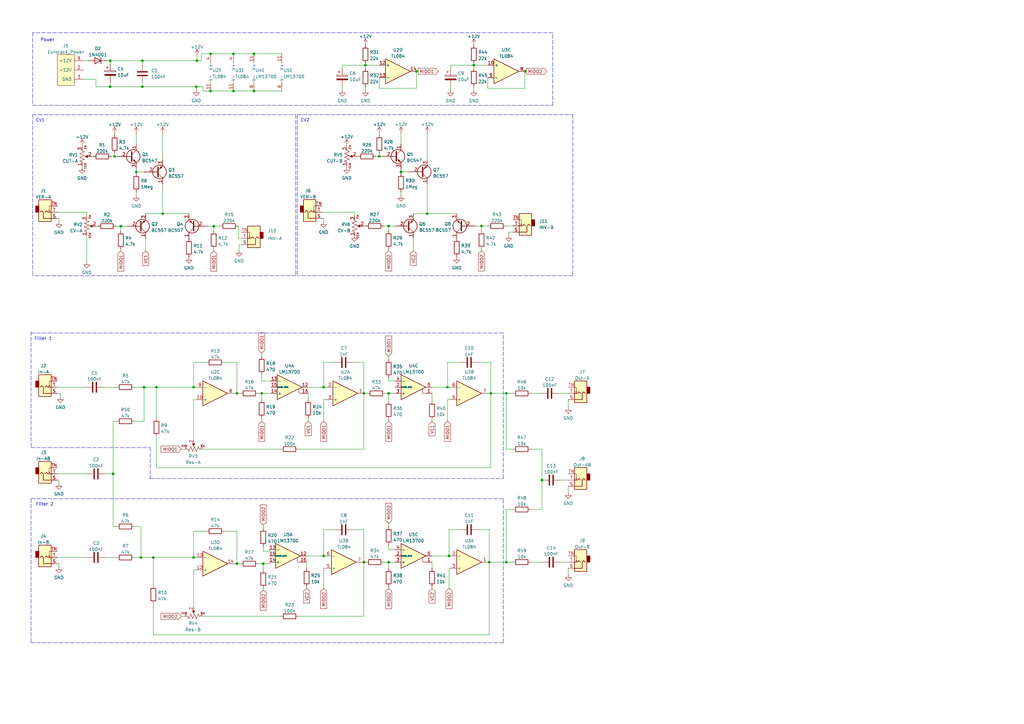
<source format=kicad_sch>
(kicad_sch (version 20211123) (generator eeschema)
  (paper "A3")
  (title_block (title "Duber Filter"))
  (junction (at 215.2904 29.2608))
  (junction (at 132.7404 158.8008))
  (junction (at 149.2504 230.5558))
  (junction (at 86.36 37.338))
  (junction (at 66.7004 87.6808))
  (junction (at 104.14 37.338))
  (junction (at 222.2754 196.9008))
  (junction (at 95.758 22.098))
  (junction (at 59.0804 158.8008))
  (junction (at 95.758 37.338))
  (junction (at 207.6704 230.5558))
  (junction (at 55.9054 70.5358))
  (junction (at 79.4004 158.8008))
  (junction (at 97.1804 231.1908))
  (junction (at 197.485 92.71))
  (junction (at 107.3404 161.3408))
  (junction (at 164.465 70.485))
  (junction (at 184.1754 228.0158))
  (junction (at 86.36 22.098))
  (junction (at 97.1804 161.3408))
  (junction (at 46.3804 194.3608))
  (junction (at 194.3354 26.7208))
  (junction (at 64.1604 158.8008))
  (junction (at 132.7404 228.0158))
  (junction (at 58.42 24.892))
  (junction (at 201.3204 161.3408))
  (junction (at 62.8904 228.6508))
  (junction (at 45.212 35.56))
  (junction (at 149.8854 26.7208))
  (junction (at 79.4004 228.6508))
  (junction (at 45.212 24.892))
  (junction (at 57.8104 228.6508))
  (junction (at 207.6704 161.3408))
  (junction (at 159.4104 230.5558))
  (junction (at 159.4104 161.3408))
  (junction (at 87.6554 92.7608))
  (junction (at 155.575 64.135))
  (junction (at 49.5554 92.7608))
  (junction (at 80.518 35.56))
  (junction (at 47.0154 64.1858))
  (junction (at 200.6854 230.5558))
  (junction (at 149.2504 161.3408))
  (junction (at 159.385 92.71))
  (junction (at 170.8404 29.2608))
  (junction (at 183.5404 158.8008))
  (junction (at 107.9754 231.1908))
  (junction (at 175.26 87.63))
  (junction (at 104.14 22.098))
  (junction (at 58.42 35.56))
  (junction (at 80.772 24.892))
  (polyline (pts (xy 121.92 46.99) (xy 121.92 113.03)))
  (wire (pts (xy 82.55 22.098) (xy 82.55 24.892)))
  (wire (pts (xy 110.5154 231.1908) (xy 110.5154 230.5558)))
  (wire (pts (xy 97.1804 161.3408) (xy 98.4504 161.3408)))
  (wire (pts (xy 55.2704 172.7708) (xy 59.0804 172.7708)))
  (wire (pts (xy 79.4004 233.7308) (xy 79.4004 248.9708)))
  (wire (pts (xy 45.212 24.892) (xy 58.42 24.892)))
  (wire (pts (xy 132.7404 228.0158) (xy 133.3754 228.0158)))
  (wire (pts (xy 55.2704 228.6508) (xy 57.8104 228.6508)))
  (wire (pts (xy 39.37 32.512) (xy 39.37 35.56)))
  (wire (pts (xy 24.7904 161.3408) (xy 23.5204 161.3408)))
  (wire (pts (xy 126.3904 171.5008) (xy 126.3904 172.7708)))
  (wire (pts (xy 83.312 37.338) (xy 83.312 35.56)))
  (wire (pts (xy 46.3804 215.9508) (xy 47.6504 215.9508)))
  (wire (pts (xy 184.8104 35.6108) (xy 184.8104 36.8808)))
  (wire (pts (xy 158.1404 161.3408) (xy 159.4104 161.3408)))
  (wire (pts (xy 106.0704 231.1908) (xy 107.9754 231.1908)))
  (wire (pts (xy 86.36 37.338) (xy 95.758 37.338)))
  (wire (pts (xy 23.5204 87.0458) (xy 35.5854 87.0458)))
  (wire (pts (xy 229.8954 230.5558) (xy 233.0704 230.5558)))
  (wire (pts (xy 23.5204 194.3608) (xy 35.5854 194.3608)))
  (wire (pts (xy 140.3604 26.7208) (xy 149.8854 26.7208)))
  (wire (pts (xy 45.212 35.56) (xy 58.42 35.56)))
  (wire (pts (xy 161.9504 156.2608) (xy 159.4104 156.2608)))
  (wire (pts (xy 197.485 92.71) (xy 200.025 92.71)))
  (wire (pts (xy 95.758 37.338) (xy 104.14 37.338)))
  (wire (pts (xy 80.6704 233.7308) (xy 79.4004 233.7308)))
  (polyline (pts (xy 13.3604 47.0408) (xy 121.285 46.99)))
  (wire (pts (xy 79.4004 158.8008) (xy 64.1604 158.8008)))
  (wire (pts (xy 24.1554 89.5858) (xy 24.1554 90.8558)))
  (wire (pts (xy 49.5554 102.2858) (xy 49.5554 102.9208)))
  (polyline (pts (xy 61.6204 196.2658) (xy 206.4004 196.2658)))
  (wire (pts (xy 215.2904 29.2608) (xy 215.9254 29.2608)))
  (wire (pts (xy 161.9504 225.4758) (xy 159.4104 225.4758)))
  (wire (pts (xy 24.1554 196.9008) (xy 24.1554 198.1708)))
  (wire (pts (xy 62.8904 260.4008) (xy 200.6854 260.4008)))
  (wire (pts (xy 184.8104 27.9908) (xy 184.8104 26.7208)))
  (wire (pts (xy 201.3204 161.3408) (xy 201.3204 191.8208)))
  (wire (pts (xy 35.5854 107.3658) (xy 35.5854 96.5708)))
  (wire (pts (xy 107.9754 241.3508) (xy 107.9754 241.9858)))
  (wire (pts (xy 222.2754 196.9008) (xy 222.2754 208.9658)))
  (wire (pts (xy 46.3804 172.7708) (xy 47.6504 172.7708)))
  (wire (pts (xy 183.5404 163.8808) (xy 183.5404 172.7708)))
  (wire (pts (xy 125.7554 228.0158) (xy 132.7404 228.0158)))
  (wire (pts (xy 159.4104 172.1358) (xy 159.4104 172.7708)))
  (wire (pts (xy 34.29 24.892) (xy 36.322 24.892)))
  (wire (pts (xy 149.2504 230.5558) (xy 149.8854 230.5558)))
  (wire (pts (xy 184.1754 217.2208) (xy 184.1754 228.0158)))
  (wire (pts (xy 83.312 37.338) (xy 86.36 37.338)))
  (wire (pts (xy 149.225 92.71) (xy 149.86 92.71)))
  (wire (pts (xy 157.5054 230.5558) (xy 159.4104 230.5558)))
  (wire (pts (xy 197.485 92.71) (xy 197.485 94.615)))
  (wire (pts (xy 184.1754 233.0958) (xy 184.1754 241.3508)))
  (wire (pts (xy 62.8904 247.7008) (xy 62.8904 260.4008)))
  (wire (pts (xy 140.3604 27.9908) (xy 140.3604 26.7208)))
  (wire (pts (xy 132.08 86.995) (xy 145.415 86.995)))
  (wire (pts (xy 95.9104 161.3408) (xy 97.1804 161.3408)))
  (wire (pts (xy 42.5704 158.8008) (xy 47.6504 158.8008)))
  (wire (pts (xy 194.3354 26.7208) (xy 194.3354 27.9908)))
  (wire (pts (xy 79.4004 228.6508) (xy 62.8904 228.6508)))
  (wire (pts (xy 57.8104 228.6508) (xy 62.8904 228.6508)))
  (wire (pts (xy 23.5204 158.8008) (xy 34.9504 158.8008)))
  (wire (pts (xy 194.3354 35.6108) (xy 194.3354 36.8808)))
  (polyline (pts (xy 12.7254 263.5758) (xy 206.4004 263.5758)))
  (polyline (pts (xy 13.3604 47.0408) (xy 13.3604 113.0808)))
  (wire (pts (xy 95.9104 231.1908) (xy 97.1804 231.1908)))
  (wire (pts (xy 207.6704 161.3408) (xy 207.6704 184.2008)))
  (wire (pts (xy 149.8854 26.7208) (xy 149.8854 27.9908)))
  (wire (pts (xy 207.6704 208.9658) (xy 207.6704 230.5558)))
  (wire (pts (xy 159.4104 214.6808) (xy 159.4104 215.9508)))
  (wire (pts (xy 84.4804 148.6408) (xy 79.4004 148.6408)))
  (wire (pts (xy 184.1754 228.0158) (xy 184.8104 228.0158)))
  (wire (pts (xy 229.2604 161.3408) (xy 233.0704 161.3408)))
  (wire (pts (xy 58.42 24.892) (xy 58.42 26.416)))
  (wire (pts (xy 97.1804 161.3408) (xy 97.1804 148.6408)))
  (wire (pts (xy 177.1904 228.0158) (xy 184.1754 228.0158)))
  (wire (pts (xy 159.4104 156.2608) (xy 159.4104 154.9908)))
  (wire (pts (xy 140.3604 35.6108) (xy 140.3604 36.8808)))
  (wire (pts (xy 79.4004 148.6408) (xy 79.4004 158.8008)))
  (wire (pts (xy 210.4136 92.6592) (xy 208.8388 92.71)))
  (wire (pts (xy 149.2504 161.3408) (xy 150.5204 161.3408)))
  (polyline (pts (xy 61.6204 183.5658) (xy 61.6204 196.2658)))
  (wire (pts (xy 159.4104 230.5558) (xy 161.9504 230.5558)))
  (wire (pts (xy 177.1904 161.3408) (xy 177.1904 164.5158)))
  (wire (pts (xy 47.0154 64.1858) (xy 48.2854 64.1858)))
  (wire (pts (xy 64.1604 191.8208) (xy 201.3204 191.8208)))
  (wire (pts (xy 62.8904 228.6508) (xy 62.8904 240.0808)))
  (wire (pts (xy 200.6854 217.2208) (xy 196.2404 217.2208)))
  (wire (pts (xy 233.0704 163.8808) (xy 233.0704 167.0558)))
  (wire (pts (xy 24.7904 162.6108) (xy 24.7904 161.3408)))
  (wire (pts (xy 175.26 75.565) (xy 175.26 87.63)))
  (wire (pts (xy 175.26 87.63) (xy 187.325 87.63)))
  (wire (pts (xy 74.3204 184.2008) (xy 75.5904 184.2008)))
  (wire (pts (xy 183.5404 158.8008) (xy 184.8104 158.8008)))
  (wire (pts (xy 58.42 35.56) (xy 80.518 35.56)))
  (wire (pts (xy 208.6356 95.1992) (xy 208.6356 96.4692)))
  (wire (pts (xy 188.6204 148.6408) (xy 183.5404 148.6408)))
  (wire (pts (xy 79.4004 158.8008) (xy 80.6704 158.8008)))
  (wire (pts (xy 132.08 89.535) (xy 132.715 89.535)))
  (wire (pts (xy 149.8854 35.6108) (xy 149.8854 36.8808)))
  (wire (pts (xy 155.575 62.865) (xy 155.575 64.135)))
  (wire (pts (xy 39.3954 92.7608) (xy 40.0304 92.7608)))
  (wire (pts (xy 111.1504 156.2608) (xy 107.3404 156.2608)))
  (wire (pts (xy 106.0704 161.3408) (xy 107.3404 161.3408)))
  (polyline (pts (xy 12.7254 204.5208) (xy 12.7254 263.5758)))
  (wire (pts (xy 45.212 33.782) (xy 45.212 35.56)))
  (wire (pts (xy 200.6854 217.2208) (xy 200.6854 230.5558)))
  (polyline (pts (xy 206.4004 196.2658) (xy 206.4004 136.5758)))
  (wire (pts (xy 184.8104 163.8808) (xy 183.5404 163.8808)))
  (wire (pts (xy 133.3754 233.0958) (xy 132.7404 233.0958)))
  (wire (pts (xy 155.6004 31.8008) (xy 155.6004 36.2458)))
  (wire (pts (xy 47.0154 64.1858) (xy 45.7454 64.1858)))
  (wire (pts (xy 183.5404 148.6408) (xy 183.5404 158.8008)))
  (wire (pts (xy 122.5804 252.7808) (xy 149.2504 252.7808)))
  (wire (pts (xy 85.1154 92.7608) (xy 87.6554 92.7608)))
  (wire (pts (xy 132.7404 217.2208) (xy 132.7404 228.0158)))
  (wire (pts (xy 233.0704 233.0958) (xy 233.0704 235.6358)))
  (wire (pts (xy 132.7404 158.8008) (xy 134.0104 158.8008)))
  (wire (pts (xy 217.8304 230.5558) (xy 222.2754 230.5558)))
  (wire (pts (xy 200.6854 230.5558) (xy 207.6704 230.5558)))
  (wire (pts (xy 175.26 54.61) (xy 175.26 65.405)))
  (wire (pts (xy 104.14 22.098) (xy 115.57 22.098)))
  (wire (pts (xy 107.3404 171.5008) (xy 107.3404 172.7708)))
  (wire (pts (xy 184.8104 26.7208) (xy 194.3354 26.7208)))
  (wire (pts (xy 83.2104 252.7808) (xy 114.9604 252.7808)))
  (wire (pts (xy 200.0504 31.8008) (xy 200.0504 36.2458)))
  (wire (pts (xy 80.6704 163.8808) (xy 79.4004 163.8808)))
  (wire (pts (xy 66.7004 87.6808) (xy 77.4954 87.6808)))
  (wire (pts (xy 126.3904 158.8008) (xy 132.7404 158.8008)))
  (wire (pts (xy 58.42 34.036) (xy 58.42 35.56)))
  (wire (pts (xy 215.2904 29.2608) (xy 215.2904 36.2458)))
  (wire (pts (xy 107.9754 215.3158) (xy 107.9754 216.5858)))
  (wire (pts (xy 47.6504 92.7608) (xy 49.5554 92.7608)))
  (wire (pts (xy 207.645 92.71) (xy 208.8388 92.71)))
  (wire (pts (xy 59.7154 97.8408) (xy 59.7154 102.9208)))
  (wire (pts (xy 159.4104 240.7158) (xy 159.4104 241.3508)))
  (wire (pts (xy 55.9054 54.6608) (xy 55.9054 59.1058)))
  (wire (pts (xy 104.14 37.338) (xy 115.57 37.338)))
  (wire (pts (xy 125.7554 240.7158) (xy 125.7554 241.3508)))
  (wire (pts (xy 97.79 97.79) (xy 99.06 97.79)))
  (wire (pts (xy 43.2054 228.6508) (xy 47.6504 228.6508)))
  (wire (pts (xy 149.2504 252.7808) (xy 149.2504 230.5558)))
  (wire (pts (xy 74.3204 252.7808) (xy 75.5904 252.7808)))
  (wire (pts (xy 110.5154 226.1108) (xy 107.9754 226.1108)))
  (wire (pts (xy 80.518 35.56) (xy 83.312 35.56)))
  (wire (pts (xy 92.1004 148.6408) (xy 97.1804 148.6408)))
  (wire (pts (xy 57.8104 215.9508) (xy 57.8104 228.6508)))
  (wire (pts (xy 149.8854 26.0858) (xy 149.8854 26.7208)))
  (wire (pts (xy 169.545 87.63) (xy 175.26 87.63)))
  (wire (pts (xy 217.8304 184.2008) (xy 222.2754 184.2008)))
  (wire (pts (xy 222.2754 184.2008) (xy 222.2754 196.9008)))
  (wire (pts (xy 49.5554 92.7608) (xy 52.0954 92.7608)))
  (wire (pts (xy 164.465 54.61) (xy 164.465 59.055)))
  (wire (pts (xy 33.6804 68.6308) (xy 33.6804 67.9958)))
  (wire (pts (xy 159.385 92.71) (xy 161.925 92.71)))
  (wire (pts (xy 207.6704 230.5558) (xy 210.2104 230.5558)))
  (wire (pts (xy 126.3904 161.3408) (xy 126.3904 163.8808)))
  (wire (pts (xy 35.5854 88.9508) (xy 35.5854 87.0458)))
  (wire (pts (xy 200.0504 161.3408) (xy 201.3204 161.3408)))
  (wire (pts (xy 98.044 100.33) (xy 98.044 102.616)))
  (polyline (pts (xy 121.92 46.99) (xy 234.95 46.99)))
  (wire (pts (xy 217.8304 208.9658) (xy 222.2754 208.9658)))
  (polyline (pts (xy 12.7254 136.5758) (xy 206.4004 136.5758)))
  (wire (pts (xy 210.4136 95.1992) (xy 208.6356 95.1992)))
  (wire (pts (xy 66.7004 75.6158) (xy 66.7004 87.6808)))
  (wire (pts (xy 87.6554 92.7608) (xy 87.6554 94.6658)))
  (polyline (pts (xy 121.285 46.99) (xy 121.285 113.03)))
  (wire (pts (xy 55.2704 215.9508) (xy 57.8104 215.9508)))
  (wire (pts (xy 155.575 64.135) (xy 154.305 64.135)))
  (wire (pts (xy 177.1904 230.5558) (xy 177.1904 233.0958)))
  (wire (pts (xy 132.7404 148.6408) (xy 132.7404 158.8008)))
  (wire (pts (xy 184.8104 233.0958) (xy 184.1754 233.0958)))
  (wire (pts (xy 59.0804 172.7708) (xy 59.0804 158.8008)))
  (wire (pts (xy 79.4004 217.8558) (xy 79.4004 228.6508)))
  (wire (pts (xy 97.1804 231.1908) (xy 98.4504 231.1908)))
  (wire (pts (xy 229.8954 196.9008) (xy 233.0704 196.9008)))
  (wire (pts (xy 55.9054 69.2658) (xy 55.9054 70.5358)))
  (wire (pts (xy 98.044 100.33) (xy 99.06 100.33)))
  (wire (pts (xy 43.942 24.892) (xy 45.212 24.892)))
  (wire (pts (xy 107.9754 233.7308) (xy 107.9754 231.1908)))
  (wire (pts (xy 137.1854 148.6408) (xy 132.7404 148.6408)))
  (wire (pts (xy 34.29 32.512) (xy 39.37 32.512)))
  (wire (pts (xy 194.3354 26.0858) (xy 194.3354 26.7208)))
  (wire (pts (xy 146.05 64.135) (xy 146.685 64.135)))
  (wire (pts (xy 132.7404 233.0958) (xy 132.7404 241.3508)))
  (wire (pts (xy 132.7404 163.8808) (xy 132.7404 172.7708)))
  (wire (pts (xy 82.55 24.892) (xy 80.772 24.892)))
  (polyline (pts (xy 13.3604 13.3858) (xy 13.3604 43.2308)))
  (wire (pts (xy 170.8404 29.2608) (xy 170.8404 36.2458)))
  (wire (pts (xy 134.0104 163.8808) (xy 132.7404 163.8808)))
  (wire (pts (xy 201.3204 161.3408) (xy 201.3204 148.6408)))
  (wire (pts (xy 188.6204 217.2208) (xy 184.1754 217.2208)))
  (wire (pts (xy 157.48 92.71) (xy 159.385 92.71)))
  (polyline (pts (xy 226.7204 13.3858) (xy 13.3604 13.3858)))
  (wire (pts (xy 233.0704 199.4408) (xy 233.0704 201.9808)))
  (wire (pts (xy 39.37 35.56) (xy 45.212 35.56)))
  (polyline (pts (xy 121.285 113.03) (xy 13.3604 113.0808)))
  (wire (pts (xy 59.7154 87.6808) (xy 66.7004 87.6808)))
  (wire (pts (xy 46.3804 194.3608) (xy 46.3804 172.7708)))
  (wire (pts (xy 47.0154 54.6608) (xy 47.0154 55.2958)))
  (wire (pts (xy 201.3204 161.3408) (xy 207.6704 161.3408)))
  (wire (pts (xy 23.5204 231.1908) (xy 24.1554 231.1908)))
  (wire (pts (xy 169.545 97.79) (xy 169.545 102.87)))
  (wire (pts (xy 142.24 59.69) (xy 142.24 60.325)))
  (wire (pts (xy 110.5154 226.1108) (xy 110.5154 225.4758)))
  (wire (pts (xy 125.7554 230.5558) (xy 125.7554 233.0958)))
  (wire (pts (xy 58.42 24.892) (xy 80.772 24.892)))
  (wire (pts (xy 149.2504 217.2208) (xy 144.8054 217.2208)))
  (wire (pts (xy 132.715 89.535) (xy 132.715 90.805)))
  (polyline (pts (xy 234.95 46.99) (xy 234.95 113.03)))
  (wire (pts (xy 155.6004 36.2458) (xy 170.8404 36.2458)))
  (wire (pts (xy 149.2504 230.5558) (xy 149.2504 217.2208)))
  (wire (pts (xy 23.5204 89.5858) (xy 24.1554 89.5858)))
  (wire (pts (xy 122.5804 184.2008) (xy 149.2504 184.2008)))
  (wire (pts (xy 59.0804 158.8008) (xy 64.1604 158.8008)))
  (wire (pts (xy 97.79 92.71) (xy 97.79 97.79)))
  (wire (pts (xy 55.9054 70.5358) (xy 55.9054 71.1708)))
  (wire (pts (xy 87.6554 92.7608) (xy 90.17 92.71)))
  (polyline (pts (xy 226.7204 43.2308) (xy 226.7204 13.3858)))
  (wire (pts (xy 107.3404 144.8308) (xy 107.3404 146.1008)))
  (wire (pts (xy 177.1904 240.7158) (xy 177.1904 241.3508)))
  (polyline (pts (xy 206.4004 263.5758) (xy 206.4004 204.5208)))
  (wire (pts (xy 142.24 68.58) (xy 142.24 67.945)))
  (wire (pts (xy 155.575 64.135) (xy 156.845 64.135)))
  (wire (pts (xy 84.4804 217.8558) (xy 79.4004 217.8558)))
  (wire (pts (xy 210.2104 184.2008) (xy 207.6704 184.2008)))
  (wire (pts (xy 200.0504 230.5558) (xy 200.6854 230.5558)))
  (wire (pts (xy 159.4104 233.0958) (xy 159.4104 230.5558)))
  (wire (pts (xy 145.415 88.9) (xy 145.415 86.995)))
  (wire (pts (xy 159.4104 164.5158) (xy 159.4104 161.3408)))
  (wire (pts (xy 59.0804 70.5358) (xy 55.9054 70.5358)))
  (wire (pts (xy 159.4104 161.3408) (xy 161.9504 161.3408)))
  (polyline (pts (xy 12.7254 183.5658) (xy 61.6204 183.5658)))
  (wire (pts (xy 149.2504 161.3408) (xy 149.2504 148.6408)))
  (wire (pts (xy 164.465 69.215) (xy 164.465 70.485)))
  (wire (pts (xy 210.2104 208.9658) (xy 207.6704 208.9658)))
  (polyline (pts (xy 234.95 113.03) (xy 121.92 113.03)))
  (wire (pts (xy 149.2504 184.2008) (xy 149.2504 161.3408)))
  (wire (pts (xy 159.4104 146.1008) (xy 159.4104 147.3708)))
  (wire (pts (xy 107.3404 156.2608) (xy 107.3404 153.7208)))
  (wire (pts (xy 95.758 22.098) (xy 104.14 22.098)))
  (wire (pts (xy 43.2054 194.3608) (xy 46.3804 194.3608)))
  (wire (pts (xy 201.3204 148.6408) (xy 196.2404 148.6408)))
  (wire (pts (xy 80.772 24.892) (xy 80.772 22.86)))
  (wire (pts (xy 177.1904 172.1358) (xy 177.1904 172.7708)))
  (wire (pts (xy 159.385 92.71) (xy 159.385 94.615)))
  (wire (pts (xy 167.64 70.485) (xy 164.465 70.485)))
  (wire (pts (xy 37.4904 64.1858) (xy 38.1254 64.1858)))
  (wire (pts (xy 64.1604 179.1208) (xy 64.1604 191.8208)))
  (wire (pts (xy 155.575 54.61) (xy 155.575 55.245)))
  (wire (pts (xy 107.3404 161.3408) (xy 111.1504 161.3408)))
  (wire (pts (xy 155.6004 26.7208) (xy 149.8854 26.7208)))
  (wire (pts (xy 46.3804 194.3608) (xy 46.3804 215.9508)))
  (wire (pts (xy 194.945 92.71) (xy 197.485 92.71)))
  (wire (pts (xy 55.2704 158.8008) (xy 59.0804 158.8008)))
  (wire (pts (xy 87.6554 102.2858) (xy 87.6554 102.9208)))
  (wire (pts (xy 200.0504 26.7208) (xy 194.3354 26.7208)))
  (wire (pts (xy 24.1554 231.1908) (xy 24.1554 232.4608)))
  (wire (pts (xy 200.0504 36.2458) (xy 215.2904 36.2458)))
  (polyline (pts (xy 12.7254 135.9408) (xy 12.7254 183.5658)))
  (wire (pts (xy 164.465 70.485) (xy 164.465 71.12)))
  (wire (pts (xy 148.6154 230.5558) (xy 149.2504 230.5558)))
  (wire (pts (xy 23.5204 228.6508) (xy 35.5854 228.6508)))
  (wire (pts (xy 217.8304 161.3408) (xy 221.6404 161.3408)))
  (wire (pts (xy 23.5204 196.9008) (xy 24.1554 196.9008)))
  (wire (pts (xy 66.7004 54.6608) (xy 66.7004 65.4558)))
  (wire (pts (xy 92.1004 217.8558) (xy 97.1804 217.8558)))
  (wire (pts (xy 170.8404 29.2608) (xy 171.4754 29.2608)))
  (wire (pts (xy 64.1604 158.8008) (xy 64.1604 171.5008)))
  (wire (pts (xy 159.385 102.235) (xy 159.385 102.87)))
  (wire (pts (xy 200.6854 260.4008) (xy 200.6854 230.5558)))
  (wire (pts (xy 97.1804 231.1908) (xy 97.1804 217.8558)))
  (wire (pts (xy 159.4104 223.5708) (xy 159.4104 225.4758)))
  (wire (pts (xy 79.4004 163.8808) (xy 79.4004 180.3908)))
  (wire (pts (xy 207.6704 161.3408) (xy 210.2104 161.3408)))
  (wire (pts (xy 79.4004 228.6508) (xy 80.6704 228.6508)))
  (wire (pts (xy 197.485 102.235) (xy 197.485 102.87)))
  (wire (pts (xy 107.9754 224.2058) (xy 107.9754 226.1108)))
  (polyline (pts (xy 13.3604 43.2308) (xy 226.7204 43.2308)))
  (wire (pts (xy 80.518 35.56) (xy 80.518 36.83)))
  (wire (pts (xy 33.6804 59.7408) (xy 33.6804 60.3758)))
  (wire (pts (xy 45.212 24.892) (xy 45.212 26.162)))
  (wire (pts (xy 55.9054 78.7908) (xy 55.9054 80.0608)))
  (wire (pts (xy 164.465 78.74) (xy 164.465 80.01)))
  (wire (pts (xy 177.1904 158.8008) (xy 183.5404 158.8008)))
  (wire (pts (xy 86.36 22.098) (xy 95.758 22.098)))
  (polyline (pts (xy 12.7254 204.5208) (xy 206.4004 204.5208)))
  (wire (pts (xy 107.3404 163.8808) (xy 107.3404 161.3408)))
  (wire (pts (xy 86.36 22.098) (xy 82.55 22.098)))
  (wire (pts (xy 83.2104 184.2008) (xy 114.9604 184.2008)))
  (wire (pts (xy 137.1854 217.2208) (xy 132.7404 217.2208)))
  (wire (pts (xy 47.0154 62.9158) (xy 47.0154 64.1858)))
  (wire (pts (xy 107.9754 231.1908) (xy 110.5154 231.1908)))
  (wire (pts (xy 49.5554 92.7608) (xy 49.5554 94.6658)))
  (wire (pts (xy 149.2504 148.6408) (xy 144.8054 148.6408)))
  (text "CV1" (at 14.6304 50.2158 0) (effects (font (size 1.27 1.27)) (justify left bottom)))
  (text "Filter 2" (at 14.6304 207.6958 0) (effects (font (size 1.27 1.27)) (justify left bottom)))
  (text "Power" (at 16.5354 17.1958 0) (effects (font (size 1.27 1.27)) (justify left bottom)))
  (text "Filter 1" (at 13.9954 139.7508 0) (effects (font (size 1.27 1.27)) (justify left bottom)))
  (text "CV2" (at 123.19 50.165 0) (effects (font (size 1.27 1.27)) (justify left bottom)))
  (global_label "VC1" (shape input) (at 59.7154 102.9208 270) (property "Intersheet References" "${INTERSHEET_REFS}" (effects hide)))
  (global_label "MIDO1" (shape input) (at 87.6554 102.9208 270) (property "Intersheet References" "${INTERSHEET_REFS}" (effects hide)))
  (global_label "VC1" (shape input) (at 177.1904 172.7708 270) (property "Intersheet References" "${INTERSHEET_REFS}" (effects hide)))
  (global_label "MIDO2" (shape input) (at 132.7404 241.3508 270) (property "Intersheet References" "${INTERSHEET_REFS}" (effects hide)))
  (global_label "MIDO2" (shape input) (at 74.3204 252.7808 180) (property "Intersheet References" "${INTERSHEET_REFS}" (effects hide)))
  (global_label "MIDO2" (shape input) (at 197.485 102.87 270) (property "Intersheet References" "${INTERSHEET_REFS}" (effects hide)))
  (global_label "MIDO2" (shape input) (at 107.9754 215.3158 90) (property "Intersheet References" "${INTERSHEET_REFS}" (effects hide)))
  (global_label "MIDO2" (shape input) (at 159.4104 214.6808 90) (property "Intersheet References" "${INTERSHEET_REFS}" (effects hide)))
  (global_label "MIDO1" (shape input) (at 159.4104 172.7708 270) (property "Intersheet References" "${INTERSHEET_REFS}" (effects hide)))
  (global_label "MIDO2" (shape input) (at 184.1754 241.3508 270) (property "Intersheet References" "${INTERSHEET_REFS}" (effects hide)))
  (global_label "MIDO1" (shape input) (at 107.3404 172.7708 270) (property "Intersheet References" "${INTERSHEET_REFS}" (effects hide)))
  (global_label "MIDO2" (shape output) (at 215.9254 29.2608 0) (property "Intersheet References" "${INTERSHEET_REFS}" (effects hide)))
  (global_label "MIDO2" (shape input) (at 159.4104 241.3508 270) (property "Intersheet References" "${INTERSHEET_REFS}" (effects hide)))
  (global_label "MIDO1" (shape input) (at 132.7404 172.7708 270) (property "Intersheet References" "${INTERSHEET_REFS}" (effects hide)))
  (global_label "VC2" (shape input) (at 177.1904 241.3508 270) (property "Intersheet References" "${INTERSHEET_REFS}" (effects hide)))
  (global_label "MIDO1" (shape input) (at 159.4104 146.1008 90) (property "Intersheet References" "${INTERSHEET_REFS}" (effects hide)))
  (global_label "MIDO1" (shape input) (at 183.5404 172.7708 270) (property "Intersheet References" "${INTERSHEET_REFS}" (effects hide)))
  (global_label "MIDO1" (shape input) (at 107.3404 144.8308 90) (property "Intersheet References" "${INTERSHEET_REFS}" (effects hide)))
  (global_label "MIDO2" (shape input) (at 107.9754 241.9858 270) (property "Intersheet References" "${INTERSHEET_REFS}" (effects hide)))
  (global_label "MIDO1" (shape output) (at 171.4754 29.2608 0) (property "Intersheet References" "${INTERSHEET_REFS}" (effects hide)))
  (global_label "MIDO2" (shape input) (at 159.385 102.87 270) (property "Intersheet References" "${INTERSHEET_REFS}" (effects hide)))
  (global_label "VC2" (shape input) (at 169.545 102.87 270) (property "Intersheet References" "${INTERSHEET_REFS}" (effects hide)))
  (global_label "VC1" (shape input) (at 126.3904 172.7708 270) (property "Intersheet References" "${INTERSHEET_REFS}" (effects hide)))
  (global_label "MIDO1" (shape input) (at 49.5554 102.9208 270) (property "Intersheet References" "${INTERSHEET_REFS}" (effects hide)))
  (global_label "VC2" (shape input) (at 125.7554 241.3508 270) (property "Intersheet References" "${INTERSHEET_REFS}" (effects hide)))
  (global_label "MIDO1" (shape input) (at 74.3204 184.2008 180) (property "Intersheet References" "${INTERSHEET_REFS}" (effects hide)))
  (symbol (lib_id "power:GND") (at 77.4954 105.4608 0) (unit 1)
    (property "Reference" "#PWR014" (effects hide))
    (property "Value" "GND" (at 77.4954 109.9042 0))
  )
  (symbol (lib_id "Amplifier_Operational:LM13700") (at 169.5704 228.0158 0) (unit 3)
    (property "Reference" "U5" (at 169.5704 219.236 0))
    (property "Value" "LM13700" (at 169.5704 221.7729 0))
    (property "Footprint" "Package_DIP:DIP-16_W7.62mm_Socket" (effects hide))
    (property "Datasheet" "http://www.ti.com/lit/ds/symlink/lm13700.pdf" (effects hide))
  )
  (symbol (lib_id "power:+12V") (at 33.6804 59.7408 0) (unit 1)
    (property "Reference" "#PWR0104" (effects hide))
    (property "Value" "+12V" (at 33.6804 56.1848 0))
  )
  (symbol (lib_id "Device:C") (at 39.3954 194.3608 90) (unit 1)
    (property "Reference" "C2" (at 39.3954 188.502 90))
    (property "Value" "100nF" (at 39.3954 191.0389 90))
    (property "Footprint" "Capacitor_THT:C_Axial_L3.8mm_D2.6mm_P7.50mm_Horizontal" (effects hide))
  )
  (symbol (lib_id "Device:R") (at 93.98 92.71 90) (unit 1)
    (property "Reference" "R15" (at 93.98 87.9942 90))
    (property "Value" "220k" (at 93.98 90.5311 90))
    (property "Footprint" "Resistor_THT:R_Axial_DIN0204_L3.6mm_D1.6mm_P7.62mm_Horizontal" (effects hide))
  )
  (symbol (lib_id "Device:C") (at 38.7604 158.8008 90) (unit 1)
    (property "Reference" "C1" (at 38.7604 152.942 90))
    (property "Value" "100nF" (at 38.7604 155.4789 90))
    (property "Footprint" "Capacitor_THT:C_Axial_L3.8mm_D2.6mm_P7.50mm_Horizontal" (effects hide))
  )
  (symbol (lib_id "winterbloom:Eurorack_Mono_Jack") (at 104.14 96.52 0) (unit 1)
    (property "Reference" "J10" (at 109.855 94.615 0) (effects (justify left)))
    (property "Value" "INV-A" (at 109.855 97.79 0) (effects (justify left)))
    (property "Footprint" "winterbloom:AudioJack_WQP518MA" (effects hide))
    (property "Datasheet" "http://www.qingpu-electronics.com/en/products/WQP-PJ398SM-362.html" (effects hide))
    (property "MPN" "WQP-WQP518MA" (effects hide))
  )
  (symbol (lib_id "power:GND") (at 55.9054 80.0608 0) (unit 1)
    (property "Reference" "#PWR012" (effects hide))
    (property "Value" "GND" (at 55.9054 84.5042 0))
  )
  (symbol (lib_id "Device:R") (at 203.835 92.71 90) (unit 1)
    (property "Reference" "R43" (at 203.835 87.9942 90))
    (property "Value" "220k" (at 203.835 90.5311 90))
    (property "Footprint" "Resistor_THT:R_Axial_DIN0204_L3.6mm_D1.6mm_P7.62mm_Horizontal" (effects hide))
  )
  (symbol (lib_id "power:GND") (at 24.7904 162.6108 0) (unit 1)
    (property "Reference" "#PWR03" (effects hide))
    (property "Value" "GND" (at 24.7904 167.0542 0))
  )
  (symbol (lib_id "Device:R") (at 118.7704 252.7808 90) (unit 1)
    (property "Reference" "R23" (at 118.7704 248.065 90))
    (property "Value" "100k" (at 118.7704 250.6019 90))
    (property "Footprint" "Resistor_THT:R_Axial_DIN0204_L3.6mm_D1.6mm_P7.62mm_Horizontal" (effects hide))
  )
  (symbol (lib_id "Diode:1N4001") (at 40.132 24.892 180) (unit 1)
    (property "Reference" "D2" (at 40.132 19.9222 0))
    (property "Value" "1N4001" (at 40.132 22.4591 0))
    (property "Footprint" "Diode_THT:D_DO-41_SOD81_P10.16mm_Horizontal" (effects hide))
    (property "Datasheet" "http://www.vishay.com/docs/88503/1n4001.pdf" (effects hide))
  )
  (symbol (lib_id "Device:R") (at 47.0154 59.1058 180) (unit 1)
    (property "Reference" "R3" (at 48.7934 58.2711 0) (effects (justify right)))
    (property "Value" "4.7k" (at 48.7934 60.808 0) (effects (justify right)))
    (property "Footprint" "Resistor_THT:R_Axial_DIN0204_L3.6mm_D1.6mm_P7.62mm_Horizontal" (effects hide))
  )
  (symbol (lib_id "Device:R") (at 107.9754 237.5408 0) (unit 1)
    (property "Reference" "R21" (at 109.7534 236.7061 0) (effects (justify left)))
    (property "Value" "470" (at 109.7534 239.243 0) (effects (justify left)))
    (property "Footprint" "Resistor_THT:R_Axial_DIN0204_L3.6mm_D1.6mm_P7.62mm_Horizontal" (effects hide))
  )
  (symbol (lib_id "power:GND") (at 233.0704 235.6358 0) (mirror y) (unit 1)
    (property "Reference" "#PWR038" (effects hide))
    (property "Value" "GND" (at 233.0704 240.0792 0))
  )
  (symbol (lib_id "power:GND") (at 208.6356 96.4692 0) (unit 1)
    (property "Reference" "#PWR0113" (effects hide))
    (property "Value" "GND" (at 208.6356 100.9126 0))
  )
  (symbol (lib_id "power:GND") (at 24.1554 232.4608 0) (unit 1)
    (property "Reference" "#PWR05" (effects hide))
    (property "Value" "GND" (at 24.1554 236.9042 0))
  )
  (symbol (lib_id "Device:R") (at 155.575 59.055 180) (unit 1)
    (property "Reference" "R28" (at 157.353 58.2203 0) (effects (justify right)))
    (property "Value" "4.7k" (at 157.353 60.7572 0) (effects (justify right)))
    (property "Footprint" "Resistor_THT:R_Axial_DIN0204_L3.6mm_D1.6mm_P7.62mm_Horizontal" (effects hide))
  )
  (symbol (lib_id "winterbloom:Eurorack_Mono_Jack") (at 18.4404 85.7758 0) (mirror y) (unit 1)
    (property "Reference" "J1" (at 17.8054 78.266 0))
    (property "Value" "VER-A" (at 17.8054 80.8029 0))
    (property "Footprint" "winterbloom:AudioJack_WQP518MA" (effects hide))
    (property "Datasheet" "http://www.qingpu-electronics.com/en/products/WQP-PJ398SM-362.html" (effects hide))
    (property "MPN" "WQP-WQP518MA" (effects hide))
  )
  (symbol (lib_id "Device:R") (at 55.9054 74.9808 180) (unit 1)
    (property "Reference" "R8" (at 57.6834 74.1461 0) (effects (justify right)))
    (property "Value" "1Meg" (at 57.6834 76.683 0) (effects (justify right)))
    (property "Footprint" "Resistor_THT:R_Axial_DIN0204_L3.6mm_D1.6mm_P7.62mm_Horizontal" (effects hide))
  )
  (symbol (lib_id "Device:R") (at 125.7554 236.9058 0) (unit 1)
    (property "Reference" "R25" (at 127.5334 236.0711 0) (effects (justify left)))
    (property "Value" "10k" (at 127.5334 238.608 0) (effects (justify left)))
    (property "Footprint" "Resistor_THT:R_Axial_DIN0204_L3.6mm_D1.6mm_P7.62mm_Horizontal" (effects hide))
  )
  (symbol (lib_id "power:GND") (at 194.3354 36.8808 0) (unit 1)
    (property "Reference" "#PWR035" (effects hide))
    (property "Value" "GND" (at 194.3354 41.3242 0))
  )
  (symbol (lib_id "Transistor_BJT:BC557") (at 57.1754 92.7608 0) (mirror x) (unit 1)
    (property "Reference" "Q2" (at 62.0268 91.9261 0) (effects (justify left)))
    (property "Value" "BC557" (at 62.0268 94.463 0) (effects (justify left)))
    (property "Footprint" "Package_TO_SOT_THT:TO-92_Inline" (effects hide))
    (property "Datasheet" "https://www.onsemi.com/pub/Collateral/BC556BTA-D.pdf" (effects hide))
  )
  (symbol (lib_id "Device:R") (at 159.4104 219.7608 0) (unit 1)
    (property "Reference" "R37" (at 161.1884 218.9261 0) (effects (justify left)))
    (property "Value" "470" (at 161.1884 221.463 0) (effects (justify left)))
    (property "Footprint" "Resistor_THT:R_Axial_DIN0204_L3.6mm_D1.6mm_P7.62mm_Horizontal" (effects hide))
  )
  (symbol (lib_id "Device:R") (at 49.5554 98.4758 180) (unit 1)
    (property "Reference" "R4" (at 51.3334 97.6411 0) (effects (justify right)))
    (property "Value" "4.7k" (at 51.3334 100.178 0) (effects (justify right)))
    (property "Footprint" "Resistor_THT:R_Axial_DIN0204_L3.6mm_D1.6mm_P7.62mm_Horizontal" (effects hide))
  )
  (symbol (lib_id "Device:C_Polarized") (at 140.3604 31.8008 0) (unit 1)
    (property "Reference" "C6" (at 143.2814 30.0771 0) (effects (justify left)))
    (property "Value" "10uF" (at 143.2814 32.614 0) (effects (justify left)))
    (property "Footprint" "Capacitor_THT:CP_Radial_D5.0mm_P2.50mm" (effects hide))
  )
  (symbol (lib_id "power:GND") (at 145.415 96.52 0) (unit 1)
    (property "Reference" "#PWR023" (effects hide))
    (property "Value" "GND" (at 145.415 100.9634 0))
  )
  (symbol (lib_id "Amplifier_Operational:TL084") (at 207.6704 29.2608 0) (unit 3)
    (property "Reference" "U3" (at 207.6704 20.481 0))
    (property "Value" "TL084" (at 207.6704 23.0179 0))
    (property "Footprint" "Package_DIP:DIP-14_W7.62mm_Socket" (effects hide))
    (property "Datasheet" "http://www.ti.com/lit/ds/symlink/tl081.pdf" (effects hide))
  )
  (symbol (lib_id "Device:R") (at 150.495 64.135 90) (unit 1)
    (property "Reference" "R26" (at 150.495 59.4192 90))
    (property "Value" "220k" (at 150.495 61.9561 90))
    (property "Footprint" "Resistor_THT:R_Axial_DIN0204_L3.6mm_D1.6mm_P7.62mm_Horizontal" (effects hide))
  )
  (symbol (lib_id "Device:C") (at 226.0854 196.9008 90) (unit 1)
    (property "Reference" "C13" (at 226.0854 191.042 90))
    (property "Value" "100nF" (at 226.0854 193.5789 90))
    (property "Footprint" "Capacitor_THT:C_Axial_L3.8mm_D2.6mm_P7.50mm_Horizontal" (effects hide))
  )
  (symbol (lib_id "Device:R") (at 153.67 92.71 90) (unit 1)
    (property "Reference" "R27" (at 153.67 87.9942 90))
    (property "Value" "220k" (at 153.67 90.5311 90))
    (property "Footprint" "Resistor_THT:R_Axial_DIN0204_L3.6mm_D1.6mm_P7.62mm_Horizontal" (effects hide))
  )
  (symbol (lib_id "Device:R") (at 64.1604 175.3108 0) (unit 1)
    (property "Reference" "R9" (at 65.9384 174.4761 0) (effects (justify left)))
    (property "Value" "47k" (at 65.9384 177.013 0) (effects (justify left)))
    (property "Footprint" "Resistor_THT:R_Axial_DIN0204_L3.6mm_D1.6mm_P7.62mm_Horizontal" (effects hide))
  )
  (symbol (lib_id "Device:R") (at 43.8404 92.7608 90) (unit 1)
    (property "Reference" "R2" (at 43.8404 88.045 90))
    (property "Value" "220k" (at 43.8404 90.5819 90))
    (property "Footprint" "Resistor_THT:R_Axial_DIN0204_L3.6mm_D1.6mm_P7.62mm_Horizontal" (effects hide))
  )
  (symbol (lib_id "Device:R") (at 118.7704 184.2008 90) (unit 1)
    (property "Reference" "R22" (at 118.7704 179.485 90))
    (property "Value" "100k" (at 118.7704 182.0219 90))
    (property "Footprint" "Resistor_THT:R_Axial_DIN0204_L3.6mm_D1.6mm_P7.62mm_Horizontal" (effects hide))
  )
  (symbol (lib_id "Device:R") (at 214.0204 230.5558 270) (unit 1)
    (property "Reference" "R49" (at 214.0204 225.84 90))
    (property "Value" "10k" (at 214.0204 228.3769 90))
    (property "Footprint" "Resistor_THT:R_Axial_DIN0204_L3.6mm_D1.6mm_P7.62mm_Horizontal" (effects hide))
  )
  (symbol (lib_id "Device:C") (at 58.42 30.226 180) (unit 1)
    (property "Reference" "C5" (at 61.976 28.9559 0) (effects (justify right)))
    (property "Value" "100nF" (at 61.976 31.4959 0) (effects (justify right)))
    (property "Footprint" "Capacitor_THT:C_Disc_D5.0mm_W2.5mm_P2.50mm" (effects hide))
  )
  (symbol (lib_id "power:GND") (at 187.325 105.41 0) (unit 1)
    (property "Reference" "#PWR031" (effects hide))
    (property "Value" "GND" (at 187.325 109.8534 0))
  )
  (symbol (lib_id "Device:R") (at 159.4104 168.3258 0) (unit 1)
    (property "Reference" "R36" (at 161.1884 167.4911 0) (effects (justify left)))
    (property "Value" "470" (at 161.1884 170.028 0) (effects (justify left)))
    (property "Footprint" "Resistor_THT:R_Axial_DIN0204_L3.6mm_D1.6mm_P7.62mm_Horizontal" (effects hide))
  )
  (symbol (lib_id "Device:R") (at 177.1904 168.3258 0) (unit 1)
    (property "Reference" "R40" (at 178.9684 167.4911 0) (effects (justify left)))
    (property "Value" "10k" (at 178.9684 170.028 0) (effects (justify left)))
    (property "Footprint" "Resistor_THT:R_Axial_DIN0204_L3.6mm_D1.6mm_P7.62mm_Horizontal" (effects hide))
  )
  (symbol (lib_id "Amplifier_Operational:TL084") (at 88.2904 231.1908 0) (mirror x) (unit 4)
    (property "Reference" "U3" (at 88.2904 222.411 0))
    (property "Value" "TL084" (at 88.2904 224.9479 0))
    (property "Footprint" "Package_DIP:DIP-14_W7.62mm_Socket" (effects hide))
    (property "Datasheet" "http://www.ti.com/lit/ds/symlink/tl081.pdf" (effects hide))
  )
  (symbol (lib_id "winterbloom:Eurorack_Mono_Jack") (at 238.1504 229.2858 0) (unit 1)
    (property "Reference" "J9" (at 238.7854 221.776 0))
    (property "Value" "Out-B" (at 238.7854 224.3129 0))
    (property "Footprint" "winterbloom:AudioJack_WQP518MA" (effects hide))
    (property "Datasheet" "http://www.qingpu-electronics.com/en/products/WQP-PJ398SM-362.html" (effects hide))
    (property "MPN" "WQP-WQP518MA" (effects hide))
  )
  (symbol (lib_id "power:+12V") (at 149.8854 18.4658 0) (unit 1)
    (property "Reference" "#PWR0111" (effects hide))
    (property "Value" "+12V" (at 149.8854 14.9098 0))
  )
  (symbol (lib_id "power:GND") (at 184.8104 36.8808 0) (unit 1)
    (property "Reference" "#PWR032" (effects hide))
    (property "Value" "GND" (at 184.8104 41.3242 0))
  )
  (symbol (lib_id "Device:R") (at 153.6954 230.5558 270) (unit 1)
    (property "Reference" "R34" (at 153.6954 225.84 90))
    (property "Value" "47k" (at 153.6954 228.3769 90))
    (property "Footprint" "Resistor_THT:R_Axial_DIN0204_L3.6mm_D1.6mm_P7.62mm_Horizontal" (effects hide))
  )
  (symbol (lib_id "Device:R") (at 154.3304 161.3408 270) (unit 1)
    (property "Reference" "R33" (at 154.3304 156.625 90))
    (property "Value" "47k" (at 154.3304 159.1619 90))
    (property "Footprint" "Resistor_THT:R_Axial_DIN0204_L3.6mm_D1.6mm_P7.62mm_Horizontal" (effects hide))
  )
  (symbol (lib_id "Device:R") (at 88.2904 148.6408 270) (unit 1)
    (property "Reference" "R13" (at 88.2904 143.925 90))
    (property "Value" "47k" (at 88.2904 146.4619 90))
    (property "Footprint" "Resistor_THT:R_Axial_DIN0204_L3.6mm_D1.6mm_P7.62mm_Horizontal" (effects hide))
  )
  (symbol (lib_id "Device:R") (at 51.4604 215.9508 90) (unit 1)
    (property "Reference" "R6" (at 51.4604 211.235 90))
    (property "Value" "47k" (at 51.4604 213.7719 90))
    (property "Footprint" "Resistor_THT:R_Axial_DIN0204_L3.6mm_D1.6mm_P7.62mm_Horizontal" (effects hide))
  )
  (symbol (lib_id "power:GND") (at 233.0704 201.9808 0) (mirror y) (unit 1)
    (property "Reference" "#PWR037" (effects hide))
    (property "Value" "GND" (at 233.0704 206.4242 0))
  )
  (symbol (lib_id "Amplifier_Operational:TL084") (at 163.2204 29.2608 0) (unit 4)
    (property "Reference" "U2" (at 163.2204 20.481 0))
    (property "Value" "TL084" (at 163.2204 23.0179 0))
    (property "Footprint" "Package_DIP:DIP-14_W7.62mm_Socket" (effects hide))
    (property "Datasheet" "http://www.ti.com/lit/ds/symlink/tl081.pdf" (effects hide))
  )
  (symbol (lib_id "Device:C") (at 140.9954 217.2208 90) (unit 1)
    (property "Reference" "C8" (at 140.9954 211.362 90))
    (property "Value" "1nF" (at 140.9954 213.8989 90))
    (property "Footprint" "Capacitor_THT:C_Disc_D5.0mm_W2.5mm_P5.00mm" (effects hide))
  )
  (symbol (lib_id "Amplifier_Operational:LM13700") (at 106.68 29.718 0) (unit 5)
    (property "Reference" "U4" (at 104.775 28.8833 0) (effects (justify left)))
    (property "Value" "LM13700" (at 104.775 31.4202 0) (effects (justify left)))
    (property "Footprint" "Package_DIP:DIP-16_W7.62mm_Socket" (effects hide))
    (property "Datasheet" "http://www.ti.com/lit/ds/symlink/lm13700.pdf" (effects hide))
  )
  (symbol (lib_id "power:+12V") (at 155.575 54.61 0) (unit 1)
    (property "Reference" "#PWR0106" (effects hide))
    (property "Value" "+12V" (at 155.575 51.054 0))
  )
  (symbol (lib_id "Transistor_BJT:BC557") (at 172.72 70.485 0) (mirror x) (unit 1)
    (property "Reference" "Q7" (at 177.5714 69.6503 0) (effects (justify left)))
    (property "Value" "BC557" (at 177.5714 72.1872 0) (effects (justify left)))
    (property "Footprint" "Package_TO_SOT_THT:TO-92_Inline" (effects hide))
    (property "Datasheet" "https://www.onsemi.com/pub/Collateral/BC556BTA-D.pdf" (effects hide))
  )
  (symbol (lib_id "Device:R") (at 87.6554 98.4758 180) (unit 1)
    (property "Reference" "R12" (at 89.4334 97.6411 0) (effects (justify right)))
    (property "Value" "4.7k" (at 89.4334 100.178 0) (effects (justify right)))
    (property "Footprint" "Resistor_THT:R_Axial_DIN0204_L3.6mm_D1.6mm_P7.62mm_Horizontal" (effects hide))
  )
  (symbol (lib_id "winterbloom:Eurorack_Pot") (at 33.6804 64.1858 90) (unit 1)
    (property "Reference" "RV1" (at 32.0294 63.5416 90) (effects (justify left)))
    (property "Value" "CUT-A" (at 32.0294 66.0785 90) (effects (justify left)))
    (property "Footprint" "winterbloom:Potentiometer_Alpha_R0904N" (effects hide))
    (property "Datasheet" "https://s3.us-west-2.amazonaws.com/secure.notion-static.com/c2e29654-9937-4f21-ad37-19aeb30b6cf7/R0904N%28KQ%29-LWS.pdf?X-Amz-Algorithm=AWS4-HMAC-SHA256&X-Amz-Credential=AKIAT73L2G45O3KS52Y5%2F20210212%2Fus-west-2%2Fs3%2Faws4_request&X-Amz-Date=20210212T061200Z&X-Amz-Expires=86400&X-Amz-Signature=79cad3de6b24b7023aa449b148ed3570970ec3161da0e13127712a5cd74fcd34&X-Amz-SignedHeaders=host&response-content-disposition=filename%20%3D%22R0904N%28KQ%29-LWS.pdf%22" (effects hide))
    (property "MPN" "R0904N-???? L-25KQ/LWS" (effects hide))
  )
  (symbol (lib_id "Amplifier_Operational:TL084") (at 88.2904 161.3408 0) (mirror x) (unit 3)
    (property "Reference" "U2" (at 88.2904 152.561 0))
    (property "Value" "TL084" (at 88.2904 155.0979 0))
    (property "Footprint" "Package_DIP:DIP-14_W7.62mm_Socket" (effects hide))
    (property "Datasheet" "http://www.ti.com/lit/ds/symlink/tl081.pdf" (effects hide))
  )
  (symbol (lib_id "Device:R") (at 214.0204 208.9658 270) (unit 1)
    (property "Reference" "R48" (at 214.0204 204.25 90))
    (property "Value" "10k" (at 214.0204 206.7869 90))
    (property "Footprint" "Resistor_THT:R_Axial_DIN0204_L3.6mm_D1.6mm_P7.62mm_Horizontal" (effects hide))
  )
  (symbol (lib_id "Device:C") (at 226.0854 230.5558 90) (unit 1)
    (property "Reference" "C14" (at 226.0854 224.697 90))
    (property "Value" "100nF" (at 226.0854 227.2339 90))
    (property "Footprint" "Capacitor_THT:C_Axial_L3.8mm_D2.6mm_P7.50mm_Horizontal" (effects hide))
  )
  (symbol (lib_id "winterbloom:Eurorack_Pot") (at 145.415 92.71 90) (unit 1)
    (property "Reference" "RV6" (at 143.7641 92.0658 90) (effects (justify left)))
    (property "Value" "CV-B" (at 143.7641 94.6027 90) (effects (justify left)))
    (property "Footprint" "winterbloom:Potentiometer_Alpha_R0904N" (effects hide))
    (property "Datasheet" "https://s3.us-west-2.amazonaws.com/secure.notion-static.com/c2e29654-9937-4f21-ad37-19aeb30b6cf7/R0904N%28KQ%29-LWS.pdf?X-Amz-Algorithm=AWS4-HMAC-SHA256&X-Amz-Credential=AKIAT73L2G45O3KS52Y5%2F20210212%2Fus-west-2%2Fs3%2Faws4_request&X-Amz-Date=20210212T061200Z&X-Amz-Expires=86400&X-Amz-Signature=79cad3de6b24b7023aa449b148ed3570970ec3161da0e13127712a5cd74fcd34&X-Amz-SignedHeaders=host&response-content-disposition=filename%20%3D%22R0904N%28KQ%29-LWS.pdf%22" (effects hide))
    (property "MPN" "R0904N-???? L-25KQ/LWS" (effects hide))
  )
  (symbol (lib_id "Device:R") (at 102.2604 231.1908 270) (unit 1)
    (property "Reference" "R17" (at 102.2604 226.475 90))
    (property "Value" "47k" (at 102.2604 229.0119 90))
    (property "Footprint" "Resistor_THT:R_Axial_DIN0204_L3.6mm_D1.6mm_P7.62mm_Horizontal" (effects hide))
  )
  (symbol (lib_id "Device:R") (at 159.385 98.425 180) (unit 1)
    (property "Reference" "R29" (at 161.163 97.5903 0) (effects (justify right)))
    (property "Value" "4.7k" (at 161.163 100.1272 0) (effects (justify right)))
    (property "Footprint" "Resistor_THT:R_Axial_DIN0204_L3.6mm_D1.6mm_P7.62mm_Horizontal" (effects hide))
  )
  (symbol (lib_id "winterbloom:Eurorack_Pot") (at 79.4004 252.7808 0) (mirror x) (unit 1)
    (property "Reference" "RV4" (at 79.2099 255.7002 0))
    (property "Value" "Res-B" (at 79.2099 258.2371 0))
    (property "Footprint" "winterbloom:Potentiometer_Alpha_R0904N" (effects hide))
    (property "Datasheet" "https://s3.us-west-2.amazonaws.com/secure.notion-static.com/c2e29654-9937-4f21-ad37-19aeb30b6cf7/R0904N%28KQ%29-LWS.pdf?X-Amz-Algorithm=AWS4-HMAC-SHA256&X-Amz-Credential=AKIAT73L2G45O3KS52Y5%2F20210212%2Fus-west-2%2Fs3%2Faws4_request&X-Amz-Date=20210212T061200Z&X-Amz-Expires=86400&X-Amz-Signature=79cad3de6b24b7023aa449b148ed3570970ec3161da0e13127712a5cd74fcd34&X-Amz-SignedHeaders=host&response-content-disposition=filename%20%3D%22R0904N%28KQ%29-LWS.pdf%22" (effects hide))
    (property "MPN" "R0904N-???? L-25KQ/LWS" (effects hide))
  )
  (symbol (lib_id "power:+12V") (at 142.24 59.69 0) (unit 1)
    (property "Reference" "#PWR0109" (effects hide))
    (property "Value" "+12V" (at 142.24 56.134 0))
  )
  (symbol (lib_id "power:GND") (at 142.24 68.58 0) (unit 1)
    (property "Reference" "#PWR022" (effects hide))
    (property "Value" "GND" (at 142.24 73.0234 0))
  )
  (symbol (lib_id "Transistor_BJT:BC557") (at 189.865 92.71 180) (unit 1)
    (property "Reference" "Q8" (at 185.0136 91.8753 0) (effects (justify left)))
    (property "Value" "BC557" (at 185.0136 94.4122 0) (effects (justify left)))
    (property "Footprint" "Package_TO_SOT_THT:TO-92_Inline" (effects hide))
    (property "Datasheet" "https://www.onsemi.com/pub/Collateral/BC556BTA-D.pdf" (effects hide))
  )
  (symbol (lib_id "Device:R") (at 194.3354 22.2758 0) (unit 1)
    (property "Reference" "R44" (at 196.1134 21.4411 0) (effects (justify left)))
    (property "Value" "22k" (at 196.1134 23.978 0) (effects (justify left)))
    (property "Footprint" "Resistor_THT:R_Axial_DIN0204_L3.6mm_D1.6mm_P7.62mm_Horizontal" (effects hide))
  )
  (symbol (lib_id "Device:R") (at 149.8854 22.2758 0) (unit 1)
    (property "Reference" "R31" (at 151.6634 21.4411 0) (effects (justify left)))
    (property "Value" "22k" (at 151.6634 23.978 0) (effects (justify left)))
    (property "Footprint" "Resistor_THT:R_Axial_DIN0204_L3.6mm_D1.6mm_P7.62mm_Horizontal" (effects hide))
  )
  (symbol (lib_id "power:GND") (at 24.1554 90.8558 0) (unit 1)
    (property "Reference" "#PWR02" (effects hide))
    (property "Value" "GND" (at 24.1554 95.2992 0))
  )
  (symbol (lib_id "power:GND") (at 140.3604 36.8808 0) (unit 1)
    (property "Reference" "#PWR025" (effects hide))
    (property "Value" "GND" (at 140.3604 41.3242 0))
  )
  (symbol (lib_id "Device:C") (at 39.3954 228.6508 90) (unit 1)
    (property "Reference" "C3" (at 39.3954 222.792 90))
    (property "Value" "100nF" (at 39.3954 225.3289 90))
    (property "Footprint" "Capacitor_THT:C_Axial_L3.8mm_D2.6mm_P7.50mm_Horizontal" (effects hide))
  )
  (symbol (lib_id "Amplifier_Operational:LM13700") (at 118.1354 228.0158 0) (unit 1)
    (property "Reference" "U5" (at 118.1354 219.236 0))
    (property "Value" "LM13700" (at 118.1354 221.7729 0))
    (property "Footprint" "Package_DIP:DIP-16_W7.62mm_Socket" (effects hide))
    (property "Datasheet" "http://www.ti.com/lit/ds/symlink/lm13700.pdf" (effects hide))
  )
  (symbol (lib_id "Amplifier_Operational:TL084") (at 192.4304 230.5558 0) (mirror x) (unit 1)
    (property "Reference" "U3" (at 192.4304 221.776 0))
    (property "Value" "TL084" (at 192.4304 224.3129 0))
    (property "Footprint" "Package_DIP:DIP-14_W7.62mm_Socket" (effects hide))
    (property "Datasheet" "http://www.ti.com/lit/ds/symlink/tl081.pdf" (effects hide))
  )
  (symbol (lib_id "power:GND") (at 149.8854 36.8808 0) (unit 1)
    (property "Reference" "#PWR029" (effects hide))
    (property "Value" "GND" (at 149.8854 41.3242 0))
  )
  (symbol (lib_id "power:GND") (at 24.1554 198.1708 0) (unit 1)
    (property "Reference" "#PWR04" (effects hide))
    (property "Value" "GND" (at 24.1554 202.6142 0))
  )
  (symbol (lib_id "winterbloom:Eurorack_Mono_Jack") (at 127 85.725 0) (mirror y) (unit 1)
    (property "Reference" "J6" (at 126.365 78.2152 0))
    (property "Value" "VER-B" (at 126.365 80.7521 0))
    (property "Footprint" "winterbloom:AudioJack_WQP518MA" (effects hide))
    (property "Datasheet" "http://www.qingpu-electronics.com/en/products/WQP-PJ398SM-362.html" (effects hide))
    (property "MPN" "WQP-WQP518MA" (effects hide))
  )
  (symbol (lib_id "Device:C") (at 140.9954 148.6408 90) (unit 1)
    (property "Reference" "C7" (at 140.9954 142.782 90))
    (property "Value" "1nF" (at 140.9954 145.3189 90))
    (property "Footprint" "Capacitor_THT:C_Disc_D5.0mm_W2.5mm_P5.00mm" (effects hide))
  )
  (symbol (lib_id "winterbloom:Eurorack_Pot") (at 142.24 64.135 90) (unit 1)
    (property "Reference" "RV5" (at 140.5891 63.4908 90) (effects (justify left)))
    (property "Value" "CUT-B" (at 140.5891 66.0277 90) (effects (justify left)))
    (property "Footprint" "winterbloom:Potentiometer_Alpha_R0904N" (effects hide))
    (property "Datasheet" "https://s3.us-west-2.amazonaws.com/secure.notion-static.com/c2e29654-9937-4f21-ad37-19aeb30b6cf7/R0904N%28KQ%29-LWS.pdf?X-Amz-Algorithm=AWS4-HMAC-SHA256&X-Amz-Credential=AKIAT73L2G45O3KS52Y5%2F20210212%2Fus-west-2%2Fs3%2Faws4_request&X-Amz-Date=20210212T061200Z&X-Amz-Expires=86400&X-Amz-Signature=79cad3de6b24b7023aa449b148ed3570970ec3161da0e13127712a5cd74fcd34&X-Amz-SignedHeaders=host&response-content-disposition=filename%20%3D%22R0904N%28KQ%29-LWS.pdf%22" (effects hide))
    (property "MPN" "R0904N-???? L-25KQ/LWS" (effects hide))
  )
  (symbol (lib_id "Device:R") (at 214.0204 161.3408 270) (unit 1)
    (property "Reference" "R46" (at 214.0204 156.625 90))
    (property "Value" "10k" (at 214.0204 159.1619 90))
    (property "Footprint" "Resistor_THT:R_Axial_DIN0204_L3.6mm_D1.6mm_P7.62mm_Horizontal" (effects hide))
  )
  (symbol (lib_id "power:+12V") (at 47.0154 54.6608 0) (unit 1)
    (property "Reference" "#PWR0103" (effects hide))
    (property "Value" "+12V" (at 47.0154 51.1048 0))
  )
  (symbol (lib_id "Amplifier_Operational:TL084") (at 140.9954 230.5558 0) (mirror x) (unit 2)
    (property "Reference" "U3" (at 140.9954 221.776 0))
    (property "Value" "TL084" (at 140.9954 224.3129 0))
    (property "Footprint" "Package_DIP:DIP-14_W7.62mm_Socket" (effects hide))
    (property "Datasheet" "http://www.ti.com/lit/ds/symlink/tl081.pdf" (effects hide))
  )
  (symbol (lib_id "Amplifier_Operational:TL084") (at 88.9 29.718 0) (unit 5)
    (property "Reference" "U2" (at 87.0966 28.7782 0) (effects (justify left)))
    (property "Value" "TL084" (at 86.995 31.4202 0) (effects (justify left)))
    (property "Footprint" "Package_DIP:DIP-14_W7.62mm_Socket" (effects hide))
    (property "Datasheet" "http://www.ti.com/lit/ds/symlink/tl081.pdf" (effects hide))
  )
  (symbol (lib_id "power:GND") (at 164.465 80.01 0) (unit 1)
    (property "Reference" "#PWR027" (effects hide))
    (property "Value" "GND" (at 164.465 84.4534 0))
  )
  (symbol (lib_id "Device:C_Polarized") (at 184.8104 31.8008 0) (unit 1)
    (property "Reference" "C9" (at 187.7314 30.0771 0) (effects (justify left)))
    (property "Value" "10uF" (at 187.7314 32.614 0) (effects (justify left)))
    (property "Footprint" "Capacitor_THT:CP_Radial_D5.0mm_P2.50mm" (effects hide))
  )
  (symbol (lib_id "Amplifier_Operational:TL084") (at 98.298 29.718 0) (unit 5)
    (property "Reference" "U3" (at 96.393 28.8833 0) (effects (justify left)))
    (property "Value" "TL084" (at 96.393 31.4202 0) (effects (justify left)))
    (property "Footprint" "Package_DIP:DIP-14_W7.62mm_Socket" (effects hide))
    (property "Datasheet" "http://www.ti.com/lit/ds/symlink/tl081.pdf" (effects hide))
  )
  (symbol (lib_id "winterbloom:Eurorack_Power") (at 26.67 28.702 0) (unit 1)
    (property "Reference" "J5" (at 26.9875 18.7792 0))
    (property "Value" "Eurorack_Power" (at 26.9875 21.3161 0))
    (property "Footprint" "winterbloom:Eurorack_Power_2x5_Shrouded" (effects hide))
    (property "Datasheet" "https://static6.arrow.com/aropdfconversion/1507f1621f4e67855dd466ebb3ac550d52564a9d/32302-sxx1.pdf" (effects hide))
    (property "MPN" "302-S101" (effects hide))
  )
  (symbol (lib_id "power:+12V") (at 194.3354 18.4658 0) (unit 1)
    (property "Reference" "#PWR0112" (effects hide))
    (property "Value" "+12V" (at 194.3354 14.9098 0))
  )
  (symbol (lib_id "Device:R") (at 187.325 101.6 180) (unit 1)
    (property "Reference" "R39" (at 189.103 100.7653 0) (effects (justify right)))
    (property "Value" "4.7k" (at 189.103 103.3022 0) (effects (justify right)))
    (property "Footprint" "Resistor_THT:R_Axial_DIN0204_L3.6mm_D1.6mm_P7.62mm_Horizontal" (effects hide))
  )
  (symbol (lib_id "Device:R") (at 51.4604 228.6508 90) (unit 1)
    (property "Reference" "R7" (at 51.4604 223.935 90))
    (property "Value" "47k" (at 51.4604 226.4719 90))
    (property "Footprint" "Resistor_THT:R_Axial_DIN0204_L3.6mm_D1.6mm_P7.62mm_Horizontal" (effects hide))
  )
  (symbol (lib_id "Device:C") (at 192.4304 148.6408 90) (unit 1)
    (property "Reference" "C10" (at 192.4304 142.782 90))
    (property "Value" "1nF" (at 192.4304 145.3189 90))
    (property "Footprint" "Capacitor_THT:C_Disc_D5.0mm_W2.5mm_P5.00mm" (effects hide))
  )
  (symbol (lib_id "winterbloom:Eurorack_Mono_Jack") (at 238.1504 195.6308 0) (unit 1)
    (property "Reference" "J8" (at 238.7854 188.121 0))
    (property "Value" "Out-AB" (at 238.7854 190.6579 0))
    (property "Footprint" "winterbloom:AudioJack_WQP518MA" (effects hide))
    (property "Datasheet" "http://www.qingpu-electronics.com/en/products/WQP-PJ398SM-362.html" (effects hide))
    (property "MPN" "WQP-WQP518MA" (effects hide))
  )
  (symbol (lib_id "winterbloom:Eurorack_Mono_Jack") (at 18.4404 227.3808 0) (mirror y) (unit 1)
    (property "Reference" "J4" (at 17.8054 219.871 0))
    (property "Value" "In-B" (at 17.8054 222.4079 0))
    (property "Footprint" "winterbloom:AudioJack_WQP518MA" (effects hide))
    (property "Datasheet" "http://www.qingpu-electronics.com/en/products/WQP-PJ398SM-362.html" (effects hide))
    (property "MPN" "WQP-WQP518MA" (effects hide))
  )
  (symbol (lib_id "power:+12V") (at 66.7004 54.6608 0) (unit 1)
    (property "Reference" "#PWR0101" (effects hide))
    (property "Value" "+12V" (at 66.7004 51.1048 0))
  )
  (symbol (lib_id "Amplifier_Operational:LM13700") (at 169.5704 158.8008 0) (unit 3)
    (property "Reference" "U4" (at 169.5704 150.021 0))
    (property "Value" "LM13700" (at 169.5704 152.5579 0))
    (property "Footprint" "Package_DIP:DIP-16_W7.62mm_Socket" (effects hide))
    (property "Datasheet" "http://www.ti.com/lit/ds/symlink/lm13700.pdf" (effects hide))
  )
  (symbol (lib_id "power:GND") (at 33.6804 68.6308 0) (unit 1)
    (property "Reference" "#PWR08" (effects hide))
    (property "Value" "GND" (at 33.6804 73.0742 0))
  )
  (symbol (lib_id "Device:R") (at 159.4104 151.1808 0) (unit 1)
    (property "Reference" "R35" (at 161.1884 150.3461 0) (effects (justify left)))
    (property "Value" "470" (at 161.1884 152.883 0) (effects (justify left)))
    (property "Footprint" "Resistor_THT:R_Axial_DIN0204_L3.6mm_D1.6mm_P7.62mm_Horizontal" (effects hide))
  )
  (symbol (lib_id "Device:R") (at 214.0204 184.2008 270) (unit 1)
    (property "Reference" "R47" (at 214.0204 179.485 90))
    (property "Value" "10k" (at 214.0204 182.0219 90))
    (property "Footprint" "Resistor_THT:R_Axial_DIN0204_L3.6mm_D1.6mm_P7.62mm_Horizontal" (effects hide))
  )
  (symbol (lib_id "Device:R") (at 51.4604 172.7708 90) (unit 1)
    (property "Reference" "R50" (at 51.4604 168.055 90))
    (property "Value" "47k" (at 51.4604 170.5919 90))
    (property "Footprint" "Resistor_THT:R_Axial_DIN0204_L3.6mm_D1.6mm_P7.62mm_Horizontal" (effects hide))
  )
  (symbol (lib_id "Device:R") (at 107.9754 220.3958 0) (unit 1)
    (property "Reference" "R20" (at 109.7534 219.5611 0) (effects (justify left)))
    (property "Value" "470" (at 109.7534 222.098 0) (effects (justify left)))
    (property "Footprint" "Resistor_THT:R_Axial_DIN0204_L3.6mm_D1.6mm_P7.62mm_Horizontal" (effects hide))
  )
  (symbol (lib_id "Transistor_BJT:BC547") (at 53.3654 64.1858 0) (unit 1)
    (property "Reference" "Q1" (at 58.2168 63.3511 0) (effects (justify left)))
    (property "Value" "BC547" (at 58.2168 65.888 0) (effects (justify left)))
    (property "Footprint" "Package_TO_SOT_THT:TO-92_Inline" (effects hide))
    (property "Datasheet" "https://www.onsemi.com/pub/Collateral/BC550-D.pdf" (effects hide))
  )
  (symbol (lib_id "Device:C_Polarized") (at 45.212 29.972 0) (unit 1)
    (property "Reference" "C4" (at 48.133 28.2483 0) (effects (justify left)))
    (property "Value" "10uF" (at 48.133 30.7852 0) (effects (justify left)))
    (property "Footprint" "Capacitor_THT:CP_Radial_D5.0mm_P2.50mm" (effects hide))
  )
  (symbol (lib_id "power:+12V") (at 80.772 22.86 0) (unit 1)
    (property "Reference" "#PWR015" (effects hide))
    (property "Value" "+12V" (at 80.772 19.2842 0))
  )
  (symbol (lib_id "Device:R") (at 88.2904 217.8558 270) (unit 1)
    (property "Reference" "R14" (at 88.2904 213.14 90))
    (property "Value" "47k" (at 88.2904 215.6769 90))
    (property "Footprint" "Resistor_THT:R_Axial_DIN0204_L3.6mm_D1.6mm_P7.62mm_Horizontal" (effects hide))
  )
  (symbol (lib_id "Device:R") (at 164.465 74.93 180) (unit 1)
    (property "Reference" "R30" (at 166.243 74.0953 0) (effects (justify right)))
    (property "Value" "1Meg" (at 166.243 76.6322 0) (effects (justify right)))
    (property "Footprint" "Resistor_THT:R_Axial_DIN0204_L3.6mm_D1.6mm_P7.62mm_Horizontal" (effects hide))
  )
  (symbol (lib_id "power:+12V") (at 55.9054 54.6608 0) (unit 1)
    (property "Reference" "#PWR0102" (effects hide))
    (property "Value" "+12V" (at 55.9054 51.1048 0))
  )
  (symbol (lib_id "power:GND") (at 35.5854 107.3658 0) (unit 1)
    (property "Reference" "#PWR09" (effects hide))
    (property "Value" "GND" (at 35.5854 111.8092 0))
  )
  (symbol (lib_id "Amplifier_Operational:TL084") (at 192.4304 161.3408 0) (mirror x) (unit 2)
    (property "Reference" "U2" (at 192.4304 152.561 0))
    (property "Value" "TL084" (at 192.4304 155.0979 0))
    (property "Footprint" "Package_DIP:DIP-14_W7.62mm_Socket" (effects hide))
    (property "Datasheet" "http://www.ti.com/lit/ds/symlink/tl081.pdf" (effects hide))
  )
  (symbol (lib_id "Device:R") (at 126.3904 167.6908 0) (unit 1)
    (property "Reference" "R24" (at 128.1684 166.8561 0) (effects (justify left)))
    (property "Value" "10k" (at 128.1684 169.393 0) (effects (justify left)))
    (property "Footprint" "Resistor_THT:R_Axial_DIN0204_L3.6mm_D1.6mm_P7.62mm_Horizontal" (effects hide))
  )
  (symbol (lib_id "Transistor_BJT:BC557") (at 80.0354 92.7608 180) (unit 1)
    (property "Reference" "Q4" (at 75.184 91.9261 0) (effects (justify left)))
    (property "Value" "BC557" (at 75.184 94.463 0) (effects (justify left)))
    (property "Footprint" "Package_TO_SOT_THT:TO-92_Inline" (effects hide))
    (property "Datasheet" "https://www.onsemi.com/pub/Collateral/BC556BTA-D.pdf" (effects hide))
  )
  (symbol (lib_id "Device:R") (at 51.4604 158.8008 90) (unit 1)
    (property "Reference" "R5" (at 51.4604 154.085 90))
    (property "Value" "47k" (at 51.4604 156.6219 90))
    (property "Footprint" "Resistor_THT:R_Axial_DIN0204_L3.6mm_D1.6mm_P7.62mm_Horizontal" (effects hide))
  )
  (symbol (lib_id "Device:R") (at 107.3404 167.6908 0) (unit 1)
    (property "Reference" "R19" (at 109.1184 166.8561 0) (effects (justify left)))
    (property "Value" "470" (at 109.1184 169.393 0) (effects (justify left)))
    (property "Footprint" "Resistor_THT:R_Axial_DIN0204_L3.6mm_D1.6mm_P7.62mm_Horizontal" (effects hide))
  )
  (symbol (lib_id "power:+12V") (at 164.465 54.61 0) (unit 1)
    (property "Reference" "#PWR0107" (effects hide))
    (property "Value" "+12V" (at 164.465 51.054 0))
  )
  (symbol (lib_id "Amplifier_Operational:LM13700") (at 118.11 29.718 0) (unit 5)
    (property "Reference" "U5" (at 116.205 28.8833 0) (effects (justify left)))
    (property "Value" "LM13700" (at 116.205 31.4202 0) (effects (justify left)))
    (property "Footprint" "Package_DIP:DIP-16_W7.62mm_Socket" (effects hide))
    (property "Datasheet" "http://www.ti.com/lit/ds/symlink/lm13700.pdf" (effects hide))
  )
  (symbol (lib_id "Amplifier_Operational:LM13700") (at 118.7704 158.8008 0) (unit 1)
    (property "Reference" "U4" (at 118.7704 150.021 0))
    (property "Value" "LM13700" (at 118.7704 152.5579 0))
    (property "Footprint" "Package_DIP:DIP-16_W7.62mm_Socket" (effects hide))
    (property "Datasheet" "http://www.ti.com/lit/ds/symlink/lm13700.pdf" (effects hide))
  )
  (symbol (lib_id "winterbloom:Eurorack_Mono_Jack") (at 238.1504 160.0708 0) (unit 1)
    (property "Reference" "J7" (at 238.7854 152.561 0))
    (property "Value" "Out-A" (at 238.7854 155.0979 0))
    (property "Footprint" "winterbloom:AudioJack_WQP518MA" (effects hide))
    (property "Datasheet" "http://www.qingpu-electronics.com/en/products/WQP-PJ398SM-362.html" (effects hide))
    (property "MPN" "WQP-WQP518MA" (effects hide))
  )
  (symbol (lib_id "winterbloom:Eurorack_Mono_Jack") (at 18.4404 157.5308 0) (mirror y) (unit 1)
    (property "Reference" "J2" (at 17.8054 150.021 0))
    (property "Value" "In-A" (at 17.8054 152.5579 0))
    (property "Footprint" "winterbloom:AudioJack_WQP518MA" (effects hide))
    (property "Datasheet" "http://www.qingpu-electronics.com/en/products/WQP-PJ398SM-362.html" (effects hide))
    (property "MPN" "WQP-WQP518MA" (effects hide))
  )
  (symbol (lib_id "Device:R") (at 159.4104 236.9058 0) (unit 1)
    (property "Reference" "R38" (at 161.1884 236.0711 0) (effects (justify left)))
    (property "Value" "470" (at 161.1884 238.608 0) (effects (justify left)))
    (property "Footprint" "Resistor_THT:R_Axial_DIN0204_L3.6mm_D1.6mm_P7.62mm_Horizontal" (effects hide))
  )
  (symbol (lib_id "Transistor_BJT:BC547") (at 161.925 64.135 0) (unit 1)
    (property "Reference" "Q5" (at 166.7764 63.3003 0) (effects (justify left)))
    (property "Value" "BC547" (at 166.7764 65.8372 0) (effects (justify left)))
    (property "Footprint" "Package_TO_SOT_THT:TO-92_Inline" (effects hide))
    (property "Datasheet" "https://www.onsemi.com/pub/Collateral/BC550-D.pdf" (effects hide))
  )
  (symbol (lib_id "winterbloom:Eurorack_Pot") (at 35.5854 92.7608 90) (unit 1)
    (property "Reference" "RV2" (at 33.9345 92.1166 90) (effects (justify left)))
    (property "Value" "CV-A" (at 33.9345 94.6535 90) (effects (justify left)))
    (property "Footprint" "winterbloom:Potentiometer_Alpha_R0904N" (effects hide))
    (property "Datasheet" "https://s3.us-west-2.amazonaws.com/secure.notion-static.com/c2e29654-9937-4f21-ad37-19aeb30b6cf7/R0904N%28KQ%29-LWS.pdf?X-Amz-Algorithm=AWS4-HMAC-SHA256&X-Amz-Credential=AKIAT73L2G45O3KS52Y5%2F20210212%2Fus-west-2%2Fs3%2Faws4_request&X-Amz-Date=20210212T061200Z&X-Amz-Expires=86400&X-Amz-Signature=79cad3de6b24b7023aa449b148ed3570970ec3161da0e13127712a5cd74fcd34&X-Amz-SignedHeaders=host&response-content-disposition=filename%20%3D%22R0904N%28KQ%29-LWS.pdf%22" (effects hide))
    (property "MPN" "R0904N-???? L-25KQ/LWS" (effects hide))
  )
  (symbol (lib_id "Device:R") (at 197.485 98.425 180) (unit 1)
    (property "Reference" "R42" (at 199.263 97.5903 0) (effects (justify right)))
    (property "Value" "4.7k" (at 199.263 100.1272 0) (effects (justify right)))
    (property "Footprint" "Resistor_THT:R_Axial_DIN0204_L3.6mm_D1.6mm_P7.62mm_Horizontal" (effects hide))
  )
  (symbol (lib_id "power:GND") (at 98.044 102.616 0) (unit 1)
    (property "Reference" "#PWR0114" (effects hide))
    (property "Value" "GND" (at 98.044 107.0594 0))
  )
  (symbol (lib_id "winterbloom:Eurorack_Mono_Jack") (at 215.4936 91.3892 0) (unit 1)
    (property "Reference" "J11" (at 221.0816 90.7541 0) (effects (justify left)))
    (property "Value" "INV-B" (at 221.0816 93.2941 0) (effects (justify left)))
    (property "Footprint" "winterbloom:AudioJack_WQP518MA" (effects hide))
    (property "Datasheet" "http://www.qingpu-electronics.com/en/products/WQP-PJ398SM-362.html" (effects hide))
    (property "MPN" "WQP-WQP518MA" (effects hide))
  )
  (symbol (lib_id "Amplifier_Operational:TL084") (at 141.6304 161.3408 0) (mirror x) (unit 1)
    (property "Reference" "U2" (at 141.6304 152.561 0))
    (property "Value" "TL084" (at 141.6304 155.0979 0))
    (property "Footprint" "Package_DIP:DIP-14_W7.62mm_Socket" (effects hide))
    (property "Datasheet" "http://www.ti.com/lit/ds/symlink/tl081.pdf" (effects hide))
  )
  (symbol (lib_id "Device:R") (at 177.1904 236.9058 0) (unit 1)
    (property "Reference" "R41" (at 178.9684 236.0711 0) (effects (justify left)))
    (property "Value" "10k" (at 178.9684 238.608 0) (effects (justify left)))
    (property "Footprint" "Resistor_THT:R_Axial_DIN0204_L3.6mm_D1.6mm_P7.62mm_Horizontal" (effects hide))
  )
  (symbol (lib_id "Device:C") (at 192.4304 217.2208 90) (unit 1)
    (property "Reference" "C11" (at 192.4304 211.362 90))
    (property "Value" "1nF" (at 192.4304 213.8989 90))
    (property "Footprint" "Capacitor_THT:C_Disc_D5.0mm_W2.5mm_P5.00mm" (effects hide))
  )
  (symbol (lib_id "Device:R") (at 62.8904 243.8908 0) (unit 1)
    (property "Reference" "R10" (at 64.6684 243.0561 0) (effects (justify left)))
    (property "Value" "47k" (at 64.6684 245.593 0) (effects (justify left)))
    (property "Footprint" "Resistor_THT:R_Axial_DIN0204_L3.6mm_D1.6mm_P7.62mm_Horizontal" (effects hide))
  )
  (symbol (lib_id "Device:R") (at 149.8854 31.8008 0) (unit 1)
    (property "Reference" "R32" (at 151.6634 30.9661 0) (effects (justify left)))
    (property "Value" "22k" (at 151.6634 33.503 0) (effects (justify left)))
    (property "Footprint" "Resistor_THT:R_Axial_DIN0204_L3.6mm_D1.6mm_P7.62mm_Horizontal" (effects hide))
  )
  (symbol (lib_id "power:GND") (at 233.0704 167.0558 0) (mirror y) (unit 1)
    (property "Reference" "#PWR036" (effects hide))
    (property "Value" "GND" (at 233.0704 171.4992 0))
  )
  (symbol (lib_id "winterbloom:Eurorack_Mono_Jack") (at 18.4404 193.0908 0) (mirror y) (unit 1)
    (property "Reference" "J3" (at 17.8054 185.581 0))
    (property "Value" "In-AB" (at 17.8054 188.1179 0))
    (property "Footprint" "winterbloom:AudioJack_WQP518MA" (effects hide))
    (property "Datasheet" "http://www.qingpu-electronics.com/en/products/WQP-PJ398SM-362.html" (effects hide))
    (property "MPN" "WQP-WQP518MA" (effects hide))
  )
  (symbol (lib_id "Device:R") (at 41.9354 64.1858 90) (unit 1)
    (property "Reference" "R1" (at 41.9354 59.47 90))
    (property "Value" "220k" (at 41.9354 62.0069 90))
    (property "Footprint" "Resistor_THT:R_Axial_DIN0204_L3.6mm_D1.6mm_P7.62mm_Horizontal" (effects hide))
  )
  (symbol (lib_id "power:GND") (at 132.715 90.805 0) (unit 1)
    (property "Reference" "#PWR019" (effects hide))
    (property "Value" "GND" (at 132.715 95.2484 0))
  )
  (symbol (lib_id "Device:R") (at 107.3404 149.9108 0) (unit 1)
    (property "Reference" "R18" (at 109.1184 149.0761 0) (effects (justify left)))
    (property "Value" "470" (at 109.1184 151.613 0) (effects (justify left)))
    (property "Footprint" "Resistor_THT:R_Axial_DIN0204_L3.6mm_D1.6mm_P7.62mm_Horizontal" (effects hide))
  )
  (symbol (lib_id "winterbloom:Eurorack_Pot") (at 79.4004 184.2008 0) (mirror x) (unit 1)
    (property "Reference" "RV3" (at 79.2099 187.1202 0))
    (property "Value" "Res-A" (at 79.2099 189.6571 0))
    (property "Footprint" "winterbloom:Potentiometer_Alpha_R0904N" (effects hide))
    (property "Datasheet" "https://s3.us-west-2.amazonaws.com/secure.notion-static.com/c2e29654-9937-4f21-ad37-19aeb30b6cf7/R0904N%28KQ%29-LWS.pdf?X-Amz-Algorithm=AWS4-HMAC-SHA256&X-Amz-Credential=AKIAT73L2G45O3KS52Y5%2F20210212%2Fus-west-2%2Fs3%2Faws4_request&X-Amz-Date=20210212T061200Z&X-Amz-Expires=86400&X-Amz-Signature=79cad3de6b24b7023aa449b148ed3570970ec3161da0e13127712a5cd74fcd34&X-Amz-SignedHeaders=host&response-content-disposition=filename%20%3D%22R0904N%28KQ%29-LWS.pdf%22" (effects hide))
    (property "MPN" "R0904N-???? L-25KQ/LWS" (effects hide))
  )
  (symbol (lib_id "Device:R") (at 194.3354 31.8008 0) (unit 1)
    (property "Reference" "R45" (at 196.1134 30.9661 0) (effects (justify left)))
    (property "Value" "22k" (at 196.1134 33.503 0) (effects (justify left)))
    (property "Footprint" "Resistor_THT:R_Axial_DIN0204_L3.6mm_D1.6mm_P7.62mm_Horizontal" (effects hide))
  )
  (symbol (lib_id "Device:R") (at 77.4954 101.6508 180) (unit 1)
    (property "Reference" "R11" (at 79.2734 100.8161 0) (effects (justify right)))
    (property "Value" "4.7k" (at 79.2734 103.353 0) (effects (justify right)))
    (property "Footprint" "Resistor_THT:R_Axial_DIN0204_L3.6mm_D1.6mm_P7.62mm_Horizontal" (effects hide))
  )
  (symbol (lib_id "Device:C") (at 225.4504 161.3408 90) (unit 1)
    (property "Reference" "C12" (at 225.4504 155.482 90))
    (property "Value" "100nF" (at 225.4504 158.0189 90))
    (property "Footprint" "Capacitor_THT:C_Axial_L3.8mm_D2.6mm_P7.50mm_Horizontal" (effects hide))
  )
  (symbol (lib_id "Transistor_BJT:BC557") (at 64.1604 70.5358 0) (mirror x) (unit 1)
    (property "Reference" "Q3" (at 69.0118 69.7011 0) (effects (justify left)))
    (property "Value" "BC557" (at 69.0118 72.238 0) (effects (justify left)))
    (property "Footprint" "Package_TO_SOT_THT:TO-92_Inline" (effects hide))
    (property "Datasheet" "https://www.onsemi.com/pub/Collateral/BC556BTA-D.pdf" (effects hide))
  )
  (symbol (lib_id "power:+12V") (at 175.26 54.61 0) (unit 1)
    (property "Reference" "#PWR0108" (effects hide))
    (property "Value" "+12V" (at 175.26 51.054 0))
  )
  (symbol (lib_id "power:GND") (at 80.518 36.83 0) (unit 1)
    (property "Reference" "#PWR016" (effects hide))
    (property "Value" "GND" (at 80.518 41.2734 0))
  )
  (symbol (lib_id "Device:R") (at 102.2604 161.3408 270) (unit 1)
    (property "Reference" "R16" (at 102.2604 156.625 90))
    (property "Value" "47k" (at 102.2604 159.1619 90))
    (property "Footprint" "Resistor_THT:R_Axial_DIN0204_L3.6mm_D1.6mm_P7.62mm_Horizontal" (effects hide))
  )
  (symbol (lib_id "Transistor_BJT:BC557") (at 167.005 92.71 0) (mirror x) (unit 1)
    (property "Reference" "Q6" (at 171.8564 91.8753 0) (effects (justify left)))
    (property "Value" "BC557" (at 171.8564 94.4122 0) (effects (justify left)))
    (property "Footprint" "Package_TO_SOT_THT:TO-92_Inline" (effects hide))
    (property "Datasheet" "https://www.onsemi.com/pub/Collateral/BC556BTA-D.pdf" (effects hide))
  )
)
</source>
